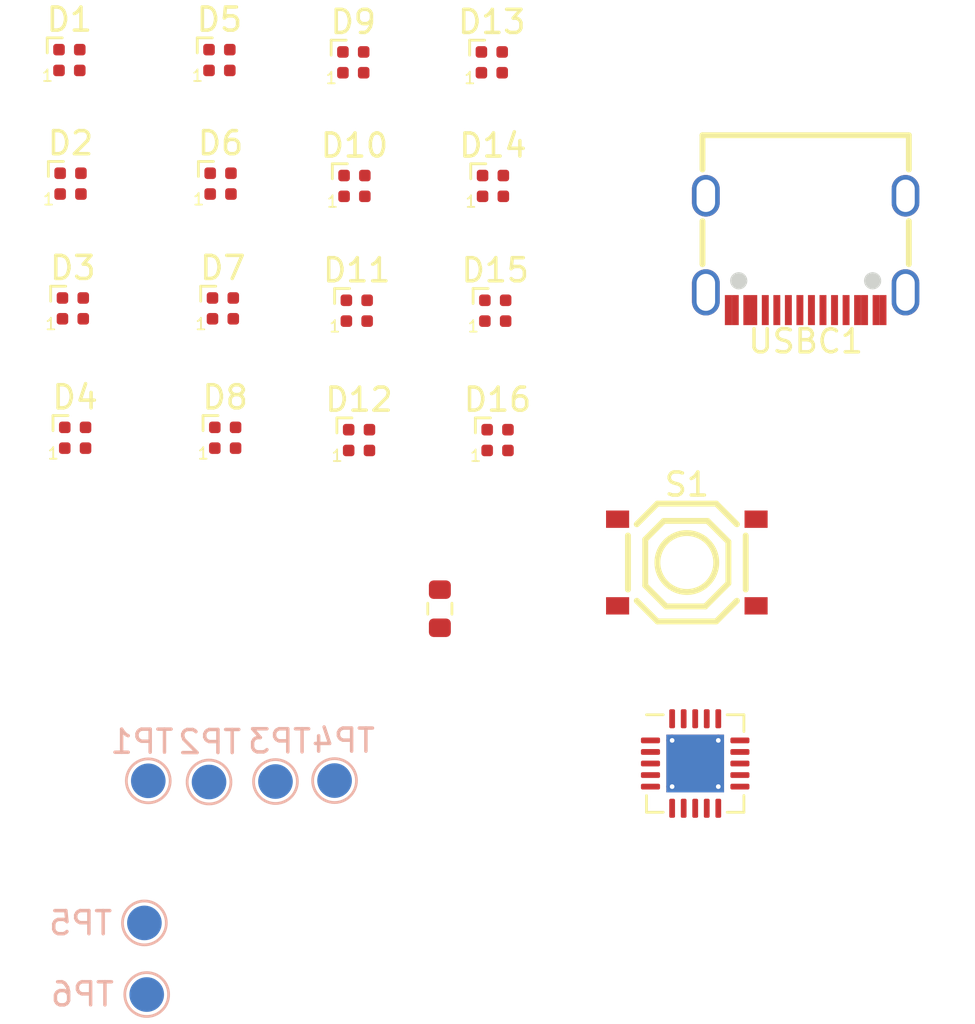
<source format=kicad_pcb>
(kicad_pcb (version 20240108) (generator "pcbnew") (generator_version "8.0")
  (layers (0 "F.Cu" signal) (31 "B.Cu" signal) (34 "B.Paste" user) (35 "F.Paste" user) (36 "B.SilkS" user "B.Silkscreen") (37 "F.SilkS" user "F.Silkscreen") (38 "B.Mask" user) (39 "F.Mask" user) (44 "Edge.Cuts" user))
  (net 0 "")
  (net 1 "Net-(D1-DOUT)")
  (net 2 "GND")
  (net 3 "Net-(D2-DOUT)")
  (net 4 "Net-(D3-DOUT)")
  (net 5 "Net-(D4-DOUT)")
  (net 6 "Net-(D5-DOUT)")
  (net 7 "Net-(D6-DOUT)")
  (net 8 "Net-(D7-DOUT)")
  (net 9 "Net-(D8-DOUT)")
  (net 10 "Net-(D10-DIN)")
  (net 11 "Net-(D10-DOUT)")
  (net 12 "Net-(D11-DOUT)")
  (net 13 "Net-(D12-DOUT)")
  (net 14 "Net-(D13-DOUT)")
  (net 15 "Net-(D14-DOUT)")
  (net 16 "Net-(D15-DOUT)")
  (net 24 "Net-(U1-PA4)")
  (net 27 "Net-(U1-~{RESET}{slash}PB3)")
  (net 31 "Net-(U1-PA6)")
  (net 32 "Net-(D1-DIN)")
  (net 33 "Net-(U1-AREF{slash}PA0)")
  (net 34 "Net-(U1-PA5)")
  (net 36 "VCC_REG")
  (net 40 "Net-(U1-PA1)")
  (footprint "LED_SMD:LED_SK6812_EC15_1.5x1.5mm" (layer "F.Cu") (at 52.2 87.5)
    (property "Reference" "D14" (at 0 -1.75 0) (layer "F.SilkS"))
    (property "Value" "SK6805")
    (fp_line (start -0.96 -0.96) (end -0.96 -0.31) (stroke (width 0.12)) (layer "F.SilkS"))
    (fp_line (start -0.31 -0.96) (end -0.96 -0.96) (stroke (width 0.12)) (layer "F.SilkS"))
    (fp_text user "1" (at -0.95 0.68 180) (layer "F.SilkS") (effects (font (size 0.5 0.5) (thickness 0.075))))
    (pad "1" smd roundrect (at -0.45 0.45 90) (size 0.5 0.5) (layers "F.Cu" "F.Paste" "F.Mask") (net 14 "Net-(D13-DOUT)"))
    (pad "2" smd roundrect (at 0.45 0.45 90) (size 0.5 0.5) (layers "F.Cu" "F.Paste" "F.Mask") (net 36 "VCC_REG"))
    (pad "3" smd roundrect (at 0.45 -0.45 90) (size 0.5 0.5) (layers "F.Cu" "F.Paste" "F.Mask") (net 15 "Net-(D14-DOUT)"))
    (pad "4" smd roundrect (at -0.45 -0.45 90) (size 0.5 0.5) (layers "F.Cu" "F.Paste" "F.Mask") (net 2 "GND"))
  )
  (footprint "LED_SMD:LED_SK6812_EC15_1.5x1.5mm" (layer "F.Cu") (at 46.4 98.5)
    (property "Reference" "D12" (at 0 -1.75 0) (layer "F.SilkS"))
    (property "Value" "SK6805")
    (fp_line (start -0.96 -0.96) (end -0.96 -0.31) (stroke (width 0.12)) (layer "F.SilkS"))
    (fp_line (start -0.31 -0.96) (end -0.96 -0.96) (stroke (width 0.12)) (layer "F.SilkS"))
    (fp_text user "1" (at -0.95 0.68 180) (layer "F.SilkS") (effects (font (size 0.5 0.5) (thickness 0.075))))
    (pad "1" smd roundrect (at -0.45 0.45 90) (size 0.5 0.5) (layers "F.Cu" "F.Paste" "F.Mask") (net 12 "Net-(D11-DOUT)"))
    (pad "2" smd roundrect (at 0.45 0.45 90) (size 0.5 0.5) (layers "F.Cu" "F.Paste" "F.Mask") (net 36 "VCC_REG"))
    (pad "3" smd roundrect (at 0.45 -0.45 90) (size 0.5 0.5) (layers "F.Cu" "F.Paste" "F.Mask") (net 13 "Net-(D12-DOUT)"))
    (pad "4" smd roundrect (at -0.45 -0.45 90) (size 0.5 0.5) (layers "F.Cu" "F.Paste" "F.Mask") (net 2 "GND"))
  )
  (footprint "Resistor_SMD:R_0603_1608Metric" (layer "F.Cu") (at 49.9 105.8 90)
    (property "Reference" "R1" (hide yes))
    (property "Value" "470" (hide yes))
    (fp_line (start -0.237258 -0.5225) (end 0.237258 -0.5225) (stroke (width 0.12)) (layer "F.SilkS"))
    (fp_line (start -0.237258 0.5225) (end 0.237258 0.5225) (stroke (width 0.12)) (layer "F.SilkS"))
    (pad "1" smd roundrect (at -0.825 0 90) (size 0.8 0.95) (layers "F.Cu" "F.Paste" "F.Mask") (net 33 "Net-(U1-AREF{slash}PA0)"))
    (pad "2" smd roundrect (at 0.825 0 90) (size 0.8 0.95) (layers "F.Cu" "F.Paste" "F.Mask") (net 32 "Net-(D1-DIN)"))
  )
  (footprint "LED_SMD:LED_SK6812_EC15_1.5x1.5mm" (layer "F.Cu") (at 46.15 82.15)
    (property "Reference" "D9" (at 0 -1.75 0) (layer "F.SilkS"))
    (property "Value" "SK6805")
    (fp_line (start -0.96 -0.96) (end -0.96 -0.31) (stroke (width 0.12)) (layer "F.SilkS"))
    (fp_line (start -0.31 -0.96) (end -0.96 -0.96) (stroke (width 0.12)) (layer "F.SilkS"))
    (fp_text user "1" (at -0.95 0.68 180) (layer "F.SilkS") (effects (font (size 0.5 0.5) (thickness 0.075))))
    (pad "1" smd roundrect (at -0.45 0.45 90) (size 0.5 0.5) (layers "F.Cu" "F.Paste" "F.Mask") (net 9 "Net-(D8-DOUT)"))
    (pad "2" smd roundrect (at 0.45 0.45 90) (size 0.5 0.5) (layers "F.Cu" "F.Paste" "F.Mask") (net 36 "VCC_REG"))
    (pad "3" smd roundrect (at 0.45 -0.45 90) (size 0.5 0.5) (layers "F.Cu" "F.Paste" "F.Mask") (net 10 "Net-(D10-DIN)"))
    (pad "4" smd roundrect (at -0.45 -0.45 90) (size 0.5 0.5) (layers "F.Cu" "F.Paste" "F.Mask") (net 2 "GND"))
  )
  (footprint "LED_SMD:LED_SK6812_EC15_1.5x1.5mm" (layer "F.Cu") (at 33.9 87.4)
    (property "Reference" "D2" (at 0 -1.75 0) (layer "F.SilkS"))
    (property "Value" "SK6805")
    (fp_line (start -0.96 -0.96) (end -0.96 -0.31) (stroke (width 0.12)) (layer "F.SilkS"))
    (fp_line (start -0.31 -0.96) (end -0.96 -0.96) (stroke (width 0.12)) (layer "F.SilkS"))
    (fp_text user "1" (at -0.95 0.68 180) (layer "F.SilkS") (effects (font (size 0.5 0.5) (thickness 0.075))))
    (pad "1" smd roundrect (at -0.45 0.45 90) (size 0.5 0.5) (layers "F.Cu" "F.Paste" "F.Mask") (net 1 "Net-(D1-DOUT)"))
    (pad "2" smd roundrect (at 0.45 0.45 90) (size 0.5 0.5) (layers "F.Cu" "F.Paste" "F.Mask") (net 36 "VCC_REG"))
    (pad "3" smd roundrect (at 0.45 -0.45 90) (size 0.5 0.5) (layers "F.Cu" "F.Paste" "F.Mask") (net 3 "Net-(D2-DOUT)"))
    (pad "4" smd roundrect (at -0.45 -0.45 90) (size 0.5 0.5) (layers "F.Cu" "F.Paste" "F.Mask") (net 2 "GND"))
  )
  (footprint "LED_SMD:LED_SK6812_EC15_1.5x1.5mm" (layer "F.Cu") (at 52.3 92.9)
    (property "Reference" "D15" (at 0 -1.75 360) (layer "F.SilkS"))
    (property "Value" "SK6805")
    (fp_line (start -0.96 -0.96) (end -0.96 -0.31) (stroke (width 0.12)) (layer "F.SilkS"))
    (fp_line (start -0.31 -0.96) (end -0.96 -0.96) (stroke (width 0.12)) (layer "F.SilkS"))
    (fp_text user "1" (at -0.95 0.68 360) (layer "F.SilkS") (effects (font (size 0.5 0.5) (thickness 0.075))))
    (pad "1" smd roundrect (at -0.45 0.45 90) (size 0.5 0.5) (layers "F.Cu" "F.Paste" "F.Mask") (net 15 "Net-(D14-DOUT)"))
    (pad "2" smd roundrect (at 0.45 0.45 90) (size 0.5 0.5) (layers "F.Cu" "F.Paste" "F.Mask") (net 36 "VCC_REG"))
    (pad "3" smd roundrect (at 0.45 -0.45 90) (size 0.5 0.5) (layers "F.Cu" "F.Paste" "F.Mask") (net 16 "Net-(D15-DOUT)"))
    (pad "4" smd roundrect (at -0.45 -0.45 90) (size 0.5 0.5) (layers "F.Cu" "F.Paste" "F.Mask") (net 2 "GND"))
  )
  (footprint "LED_SMD:LED_SK6812_EC15_1.5x1.5mm" (layer "F.Cu") (at 40.6 98.4)
    (property "Reference" "D8" (at 0 -1.75 0) (layer "F.SilkS"))
    (property "Value" "SK6805")
    (fp_line (start -0.96 -0.96) (end -0.96 -0.31) (stroke (width 0.12)) (layer "F.SilkS"))
    (fp_line (start -0.31 -0.96) (end -0.96 -0.96) (stroke (width 0.12)) (layer "F.SilkS"))
    (fp_text user "1" (at -0.95 0.68 180) (layer "F.SilkS") (effects (font (size 0.5 0.5) (thickness 0.075))))
    (pad "1" smd roundrect (at -0.45 0.45 90) (size 0.5 0.5) (layers "F.Cu" "F.Paste" "F.Mask") (net 8 "Net-(D7-DOUT)"))
    (pad "2" smd roundrect (at 0.45 0.45 90) (size 0.5 0.5) (layers "F.Cu" "F.Paste" "F.Mask") (net 36 "VCC_REG"))
    (pad "3" smd roundrect (at 0.45 -0.45 90) (size 0.5 0.5) (layers "F.Cu" "F.Paste" "F.Mask") (net 9 "Net-(D8-DOUT)"))
    (pad "4" smd roundrect (at -0.45 -0.45 90) (size 0.5 0.5) (layers "F.Cu" "F.Paste" "F.Mask") (net 2 "GND"))
  )
  (footprint "Package_DFN_QFN:QFN-20-1EP_4x4mm_P0.5mm_EP2.5x2.5mm_ThermalVias" (layer "F.Cu") (at 60.9625 112.5)
    (property "Reference" "U1" (hide yes))
    (property "Value" "ATtiny44A-M" (hide yes))
    (fp_line (start -2.11 2.11) (end -2.11 1.385) (stroke (width 0.12)) (layer "F.SilkS"))
    (fp_line (start -1.385 -2.11) (end -2.11 -2.11) (stroke (width 0.12)) (layer "F.SilkS"))
    (fp_line (start -1.385 2.11) (end -2.11 2.11) (stroke (width 0.12)) (layer "F.SilkS"))
    (fp_line (start 1.385 -2.11) (end 2.11 -2.11) (stroke (width 0.12)) (layer "F.SilkS"))
    (fp_line (start 1.385 2.11) (end 2.11 2.11) (stroke (width 0.12)) (layer "F.SilkS"))
    (fp_line (start 2.11 -2.11) (end 2.11 -1.385) (stroke (width 0.12)) (layer "F.SilkS"))
    (fp_line (start 2.11 2.11) (end 2.11 1.385) (stroke (width 0.12)) (layer "F.SilkS"))
    (pad "1" smd roundrect (at -1.9375 -1) (size 0.825 0.25) (layers "F.Cu" "F.Paste" "F.Mask") (net 24 "Net-(U1-PA4)"))
    (pad "2" smd roundrect (at -1.9375 -0.5) (size 0.825 0.25) (layers "F.Cu" "F.Paste" "F.Mask"))
    (pad "3" smd roundrect (at -1.9375 0) (size 0.825 0.25) (layers "F.Cu" "F.Paste" "F.Mask"))
    (pad "4" smd roundrect (at -1.9375 0.5) (size 0.825 0.25) (layers "F.Cu" "F.Paste" "F.Mask") (net 40 "Net-(U1-PA1)"))
    (pad "5" smd roundrect (at -1.9375 1) (size 0.825 0.25) (layers "F.Cu" "F.Paste" "F.Mask") (net 33 "Net-(U1-AREF{slash}PA0)"))
    (pad "6" smd roundrect (at -1 1.9375) (size 0.25 0.825) (layers "F.Cu" "F.Paste" "F.Mask"))
    (pad "7" smd roundrect (at -0.5 1.9375) (size 0.25 0.825) (layers "F.Cu" "F.Paste" "F.Mask"))
    (pad "8" smd roundrect (at 0 1.9375) (size 0.25 0.825) (layers "F.Cu" "F.Paste" "F.Mask") (net 2 "GND"))
    (pad "9" smd roundrect (at 0.5 1.9375) (size 0.25 0.825) (layers "F.Cu" "F.Paste" "F.Mask") (net 36 "VCC_REG"))
    (pad "10" smd roundrect (at 1 1.9375) (size 0.25 0.825) (layers "F.Cu" "F.Paste" "F.Mask"))
    (pad "11" smd roundrect (at 1.9375 1) (size 0.825 0.25) (layers "F.Cu" "F.Paste" "F.Mask"))
    (pad "12" smd roundrect (at 1.9375 0.5) (size 0.825 0.25) (layers "F.Cu" "F.Paste" "F.Mask"))
    (pad "13" smd roundrect (at 1.9375 0) (size 0.825 0.25) (layers "F.Cu" "F.Paste" "F.Mask") (net 27 "Net-(U1-~{RESET}{slash}PB3)"))
    (pad "14" smd roundrect (at 1.9375 -0.5) (size 0.825 0.25) (layers "F.Cu" "F.Paste" "F.Mask"))
    (pad "15" smd roundrect (at 1.9375 -1) (size 0.825 0.25) (layers "F.Cu" "F.Paste" "F.Mask"))
    (pad "16" smd roundrect (at 1 -1.9375) (size 0.25 0.825) (layers "F.Cu" "F.Paste" "F.Mask") (net 31 "Net-(U1-PA6)"))
    (pad "17" smd roundrect (at 0.5 -1.9375) (size 0.25 0.825) (layers "F.Cu" "F.Paste" "F.Mask"))
    (pad "18" smd roundrect (at 0 -1.9375) (size 0.25 0.825) (layers "F.Cu" "F.Paste" "F.Mask"))
    (pad "19" smd roundrect (at -0.5 -1.9375) (size 0.25 0.825) (layers "F.Cu" "F.Paste" "F.Mask"))
    (pad "20" smd roundrect (at -1 -1.9375) (size 0.25 0.825) (layers "F.Cu" "F.Paste" "F.Mask") (net 34 "Net-(U1-PA5)"))
    (pad "21" thru_hole circle (at -1 -1) (size 0.5 0.5) (drill 0.2) (layers "*.Cu") (net 2 "GND"))
    (pad "21" thru_hole circle (at -1 1) (size 0.5 0.5) (drill 0.2) (layers "*.Cu") (net 2 "GND"))
    (pad "21" smd rect (at 0 0) (size 2.5 2.5) (layers "F.Cu" "F.Mask") (net 2 "GND"))
    (pad "21" smd rect (at 0 0) (size 2.5 2.5) (layers "B.Cu") (net 2 "GND"))
    (pad "21" thru_hole circle (at 1 -1) (size 0.5 0.5) (drill 0.2) (layers "*.Cu") (net 2 "GND"))
    (pad "21" thru_hole circle (at 1 1) (size 0.5 0.5) (drill 0.2) (layers "*.Cu") (net 2 "GND"))
  )
  (footprint "LED_SMD:LED_SK6812_EC15_1.5x1.5mm" (layer "F.Cu") (at 34 92.8)
    (property "Reference" "D3" (at 0 -1.75 360) (layer "F.SilkS"))
    (property "Value" "SK6805")
    (fp_line (start -0.96 -0.96) (end -0.96 -0.31) (stroke (width 0.12)) (layer "F.SilkS"))
    (fp_line (start -0.31 -0.96) (end -0.96 -0.96) (stroke (width 0.12)) (layer "F.SilkS"))
    (fp_text user "1" (at -0.95 0.68 360) (layer "F.SilkS") (effects (font (size 0.5 0.5) (thickness 0.075))))
    (pad "1" smd roundrect (at -0.45 0.45 90) (size 0.5 0.5) (layers "F.Cu" "F.Paste" "F.Mask") (net 3 "Net-(D2-DOUT)"))
    (pad "2" smd roundrect (at 0.45 0.45 90) (size 0.5 0.5) (layers "F.Cu" "F.Paste" "F.Mask") (net 36 "VCC_REG"))
    (pad "3" smd roundrect (at 0.45 -0.45 90) (size 0.5 0.5) (layers "F.Cu" "F.Paste" "F.Mask") (net 4 "Net-(D3-DOUT)"))
    (pad "4" smd roundrect (at -0.45 -0.45 90) (size 0.5 0.5) (layers "F.Cu" "F.Paste" "F.Mask") (net 2 "GND"))
  )
  (footprint "LED_SMD:LED_SK6812_EC15_1.5x1.5mm" (layer "F.Cu") (at 40.35 82.05)
    (property "Reference" "D5" (at 0 -1.75 0) (layer "F.SilkS"))
    (property "Value" "SK6805")
    (fp_line (start -0.96 -0.96) (end -0.96 -0.31) (stroke (width 0.12)) (layer "F.SilkS"))
    (fp_line (start -0.31 -0.96) (end -0.96 -0.96) (stroke (width 0.12)) (layer "F.SilkS"))
    (fp_text user "1" (at -0.95 0.68 180) (layer "F.SilkS") (effects (font (size 0.5 0.5) (thickness 0.075))))
    (pad "1" smd roundrect (at -0.45 0.45 90) (size 0.5 0.5) (layers "F.Cu" "F.Paste" "F.Mask") (net 5 "Net-(D4-DOUT)"))
    (pad "2" smd roundrect (at 0.45 0.45 90) (size 0.5 0.5) (layers "F.Cu" "F.Paste" "F.Mask") (net 36 "VCC_REG"))
    (pad "3" smd roundrect (at 0.45 -0.45 90) (size 0.5 0.5) (layers "F.Cu" "F.Paste" "F.Mask") (net 6 "Net-(D5-DOUT)"))
    (pad "4" smd roundrect (at -0.45 -0.45 90) (size 0.5 0.5) (layers "F.Cu" "F.Paste" "F.Mask") (net 2 "GND"))
  )
  (footprint "LED_SMD:LED_SK6812_EC15_1.5x1.5mm" (layer "F.Cu") (at 46.2 87.5)
    (property "Reference" "D10" (at 0 -1.75 0) (layer "F.SilkS"))
    (property "Value" "SK6805")
    (fp_line (start -0.96 -0.96) (end -0.96 -0.31) (stroke (width 0.12)) (layer "F.SilkS"))
    (fp_line (start -0.31 -0.96) (end -0.96 -0.96) (stroke (width 0.12)) (layer "F.SilkS"))
    (fp_text user "1" (at -0.95 0.68 180) (layer "F.SilkS") (effects (font (size 0.5 0.5) (thickness 0.075))))
    (pad "1" smd roundrect (at -0.45 0.45 90) (size 0.5 0.5) (layers "F.Cu" "F.Paste" "F.Mask") (net 10 "Net-(D10-DIN)"))
    (pad "2" smd roundrect (at 0.45 0.45 90) (size 0.5 0.5) (layers "F.Cu" "F.Paste" "F.Mask") (net 36 "VCC_REG"))
    (pad "3" smd roundrect (at 0.45 -0.45 90) (size 0.5 0.5) (layers "F.Cu" "F.Paste" "F.Mask") (net 11 "Net-(D10-DOUT)"))
    (pad "4" smd roundrect (at -0.45 -0.45 90) (size 0.5 0.5) (layers "F.Cu" "F.Paste" "F.Mask") (net 2 "GND"))
  )
  (footprint "LED_SMD:LED_SK6812_EC15_1.5x1.5mm" (layer "F.Cu") (at 33.85 82.05)
    (property "Reference" "D1" (at 0 -1.75 0) (layer "F.SilkS"))
    (property "Value" "SK6805")
    (fp_line (start -0.96 -0.96) (end -0.96 -0.31) (stroke (width 0.12)) (layer "F.SilkS"))
    (fp_line (start -0.31 -0.96) (end -0.96 -0.96) (stroke (width 0.12)) (layer "F.SilkS"))
    (fp_text user "1" (at -0.95 0.68 180) (layer "F.SilkS") (effects (font (size 0.5 0.5) (thickness 0.075))))
    (pad "1" smd roundrect (at -0.45 0.45 90) (size 0.5 0.5) (layers "F.Cu" "F.Paste" "F.Mask") (net 32 "Net-(D1-DIN)"))
    (pad "2" smd roundrect (at 0.45 0.45 90) (size 0.5 0.5) (layers "F.Cu" "F.Paste" "F.Mask") (net 36 "VCC_REG"))
    (pad "3" smd roundrect (at 0.45 -0.45 90) (size 0.5 0.5) (layers "F.Cu" "F.Paste" "F.Mask") (net 1 "Net-(D1-DOUT)"))
    (pad "4" smd roundrect (at -0.45 -0.45 90) (size 0.5 0.5) (layers "F.Cu" "F.Paste" "F.Mask") (net 2 "GND"))
  )
  (footprint "usb_c:USB-C_SMD-TYPE-C-31-M-12" (layer "F.Cu") (at 65.7485 90.4 180)
    (property "Reference" "USBC1" (at 0 -3.824 360) (layer "F.SilkS"))
    (property "Value" "TYPE-C-31-M-12")
    (fp_line (start 4.471 5.094) (end 4.471 3.6125) (stroke (width 0.254)) (layer "F.SilkS"))
    (fp_line (start 4.471 5.094) (end -4.469 5.094) (stroke (width 0.254)) (layer "F.SilkS"))
    (fp_line (start 4.471 1.376) (end 4.471 -0.4875) (stroke (width 0.254)) (layer "F.SilkS"))
    (fp_line (start -4.469 5.094) (end -4.469 3.6125) (stroke (width 0.254)) (layer "F.SilkS"))
    (fp_line (start -4.469 1.3755) (end -4.469 -0.487) (stroke (width 0.254)) (layer "F.SilkS"))
    (fp_poly (pts (xy 3.275 -1.2055) (xy 3.256646 -1.321381) (xy 3.203381 -1.425919) (xy 3.120419 -1.508881) (xy 3.015881 -1.562146) (xy 2.9 -1.5805) (xy 2.784119 -1.562146) (xy 2.679581 -1.508881) (xy 2.596619 -1.425919) (xy 2.543354 -1.321381) (xy 2.525 -1.2055) (xy 2.543354 -1.089619) (xy 2.596619 -0.985081) (xy 2.679581 -0.902119) (xy 2.784119 -0.848854) (xy 2.9 -0.8305) (xy 3.015881 -0.848854) (xy 3.120419 -0.902119) (xy 3.203381 -0.985081) (xy 3.256646 -1.089619)) (fill solid) (layer "Edge.Cuts"))
    (fp_poly (pts (xy -2.525 -1.2055) (xy -2.543354 -1.321381) (xy -2.596619 -1.425919) (xy -2.679581 -1.508881) (xy -2.784119 -1.562146) (xy -2.9 -1.5805) (xy -3.015881 -1.562146) (xy -3.120419 -1.508881) (xy -3.203381 -1.425919) (xy -3.256646 -1.321381) (xy -3.275 -1.2055) (xy -3.256646 -1.089619) (xy -3.203381 -0.985081) (xy -3.120419 -0.902119) (xy -3.015881 -0.848854) (xy -2.9 -0.8305) (xy -2.784119 -0.848854) (xy -2.679581 -0.902119) (xy -2.596619 -0.985081) (xy -2.543354 -1.089619)) (fill solid) (layer "Edge.Cuts"))
    (pad "0" thru_hole oval (at -4.325 -1.706 180) (size 1.2 2) (drill oval 0.8 1.6) (layers "*.Cu" "*.Mask") (net 2 "GND"))
    (pad "1" thru_hole oval (at 4.325 -1.706 180) (size 1.2 2) (drill oval 0.8 1.6) (layers "*.Cu" "*.Mask") (net 2 "GND"))
    (pad "2" thru_hole oval (at 4.325 2.474 180) (size 1.2 1.8) (drill oval 0.8 1.4) (layers "*.Cu" "*.Mask") (net 2 "GND"))
    (pad "3" thru_hole oval (at -4.325 2.474 180) (size 1.2 1.8) (drill oval 0.8 1.4) (layers "*.Cu" "*.Mask") (net 2 "GND"))
    (pad "A1" smd rect (at -3.35 -2.474 180) (size 0.3 1.3) (layers "F.Cu" "F.Paste" "F.Mask") (net 2 "GND"))
    (pad "A4" smd rect (at -2.55 -2.474 180) (size 0.3 1.3) (layers "F.Cu" "F.Paste" "F.Mask") (net 36 "VCC_REG"))
    (pad "A5" smd rect (at -1.25 -2.474 180) (size 0.3 1.3) (layers "F.Cu" "F.Paste" "F.Mask"))
    (pad "A6" smd rect (at -0.25 -2.474 180) (size 0.3 1.3) (layers "F.Cu" "F.Paste" "F.Mask"))
    (pad "A7" smd rect (at 0.25 -2.474 180) (size 0.3 1.3) (layers "F.Cu" "F.Paste" "F.Mask"))
    (pad "A8" smd rect (at 1.2495 -2.474 180) (size 0.3 1.3) (layers "F.Cu" "F.Paste" "F.Mask"))
    (pad "A9" smd rect (at 2.55 -2.474 180) (size 0.3 1.3) (layers "F.Cu" "F.Paste" "F.Mask") (net 36 "VCC_REG"))
    (pad "A12" smd rect (at 3.35 -2.474 180) (size 0.3 1.3) (layers "F.Cu" "F.Paste" "F.Mask") (net 2 "GND"))
    (pad "B1" smd rect (at 3.05 -2.474 180) (size 0.3 1.3) (layers "F.Cu" "F.Paste" "F.Mask") (net 2 "GND"))
    (pad "B4" smd rect (at 2.25 -2.474 180) (size 0.3 1.3) (layers "F.Cu" "F.Paste" "F.Mask") (net 36 "VCC_REG"))
    (pad "B5" smd rect (at 1.75 -2.474 180) (size 0.3 1.3) (layers "F.Cu" "F.Paste" "F.Mask"))
    (pad "B6" smd rect (at 0.75 -2.474 180) (size 0.3 1.3) (layers "F.Cu" "F.Paste" "F.Mask"))
    (pad "B7" smd rect (at -0.75 -2.474 180) (size 0.3 1.3) (layers "F.Cu" "F.Paste" "F.Mask"))
    (pad "B8" smd rect (at -1.75 -2.474 180) (size 0.3 1.3) (layers "F.Cu" "F.Paste" "F.Mask"))
    (pad "B9" smd rect (at -2.25 -2.474 180) (size 0.3 1.3) (layers "F.Cu" "F.Paste" "F.Mask") (net 36 "VCC_REG"))
    (pad "B12" smd rect (at -3.05 -2.474 180) (size 0.3 1.3) (layers "F.Cu" "F.Paste" "F.Mask") (net 2 "GND"))
  )
  (footprint "pushbutton:SW-SMD_4P-L5.1-W5.1-P3.70-LS6.5-TL_H1.5" (layer "F.Cu") (at 60.6 103.8)
    (property "Reference" "S1" (at 0 -3.377 0) (layer "F.SilkS"))
    (property "Value" "TS-1187A-B-A-B")
    (fp_line (start -2.55 -1.1685) (end -2.55 1.1685) (stroke (width 0.254)) (layer "F.SilkS"))
    (fp_line (start -2.17 1.655) (end -1.275 2.55) (stroke (width 0.254)) (layer "F.SilkS"))
    (fp_line (start -1.801 -1.001) (end -1.001 -1.801) (stroke (width 0.254)) (layer "F.SilkS"))
    (fp_line (start -1.801 0.998) (end -1.801 -1.001) (stroke (width 0.254)) (layer "F.SilkS"))
    (fp_line (start -1.275 -2.55) (end -2.17 -1.655) (stroke (width 0.254)) (layer "F.SilkS"))
    (fp_line (start -1.275 -2.55) (end 1.275 -2.55) (stroke (width 0.254)) (layer "F.SilkS"))
    (fp_line (start -1.275 2.55) (end 1.275 2.55) (stroke (width 0.254)) (layer "F.SilkS"))
    (fp_line (start -1.001 -1.801) (end 0.899 -1.801) (stroke (width 0.254)) (layer "F.SilkS"))
    (fp_line (start -0.899 1.9) (end -1.801 0.998) (stroke (width 0.254)) (layer "F.SilkS"))
    (fp_line (start 0.8 1.9) (end -0.899 1.9) (stroke (width 0.254)) (layer "F.SilkS"))
    (fp_line (start 0.899 -1.801) (end 1.801 -0.899) (stroke (width 0.254)) (layer "F.SilkS"))
    (fp_line (start 1.275 -2.55) (end 2.17 -1.655) (stroke (width 0.254)) (layer "F.SilkS"))
    (fp_line (start 1.801 -0.899) (end 1.801 0.899) (stroke (width 0.254)) (layer "F.SilkS"))
    (fp_line (start 1.801 0.899) (end 0.8 1.9) (stroke (width 0.254)) (layer "F.SilkS"))
    (fp_line (start 2.17 1.655) (end 1.275 2.55) (stroke (width 0.254)) (layer "F.SilkS"))
    (fp_line (start 2.55 -1.1685) (end 2.55 1.1685) (stroke (width 0.254)) (layer "F.SilkS"))
    (fp_circle (center 0 0) (end 1.275 0) (stroke (width 0.254)) (fill none) (layer "F.SilkS"))
    (pad "1" smd rect (at -3 -1.875) (size 1 0.75) (layers "F.Cu" "F.Paste" "F.Mask") (net 2 "GND"))
    (pad "2" smd rect (at 3 -1.875) (size 1 0.75) (layers "F.Cu" "F.Paste" "F.Mask") (net 2 "GND"))
    (pad "3" smd rect (at -3 1.875) (size 1 0.75) (layers "F.Cu" "F.Paste" "F.Mask") (net 40 "Net-(U1-PA1)"))
    (pad "4" smd rect (at 3 1.875) (size 1 0.75) (layers "F.Cu" "F.Paste" "F.Mask") (net 40 "Net-(U1-PA1)"))
  )
  (footprint "LED_SMD:LED_SK6812_EC15_1.5x1.5mm" (layer "F.Cu") (at 40.5 92.8)
    (property "Reference" "D7" (at 0 -1.75 0) (layer "F.SilkS"))
    (property "Value" "SK6805")
    (fp_line (start -0.96 -0.96) (end -0.96 -0.31) (stroke (width 0.12)) (layer "F.SilkS"))
    (fp_line (start -0.31 -0.96) (end -0.96 -0.96) (stroke (width 0.12)) (layer "F.SilkS"))
    (fp_text user "1" (at -0.95 0.68 180) (layer "F.SilkS") (effects (font (size 0.5 0.5) (thickness 0.075))))
    (pad "1" smd roundrect (at -0.45 0.45 90) (size 0.5 0.5) (layers "F.Cu" "F.Paste" "F.Mask") (net 7 "Net-(D6-DOUT)"))
    (pad "2" smd roundrect (at 0.45 0.45 90) (size 0.5 0.5) (layers "F.Cu" "F.Paste" "F.Mask") (net 36 "VCC_REG"))
    (pad "3" smd roundrect (at 0.45 -0.45 90) (size 0.5 0.5) (layers "F.Cu" "F.Paste" "F.Mask") (net 8 "Net-(D7-DOUT)"))
    (pad "4" smd roundrect (at -0.45 -0.45 90) (size 0.5 0.5) (layers "F.Cu" "F.Paste" "F.Mask") (net 2 "GND"))
  )
  (footprint "LED_SMD:LED_SK6812_EC15_1.5x1.5mm" (layer "F.Cu") (at 52.15 82.15)
    (property "Reference" "D13" (at 0 -1.75 360) (layer "F.SilkS"))
    (property "Value" "SK6805")
    (fp_line (start -0.96 -0.96) (end -0.96 -0.31) (stroke (width 0.12)) (layer "F.SilkS"))
    (fp_line (start -0.31 -0.96) (end -0.96 -0.96) (stroke (width 0.12)) (layer "F.SilkS"))
    (fp_text user "1" (at -0.95 0.68 360) (layer "F.SilkS") (effects (font (size 0.5 0.5) (thickness 0.075))))
    (pad "1" smd roundrect (at -0.45 0.45 90) (size 0.5 0.5) (layers "F.Cu" "F.Paste" "F.Mask") (net 13 "Net-(D12-DOUT)"))
    (pad "2" smd roundrect (at 0.45 0.45 90) (size 0.5 0.5) (layers "F.Cu" "F.Paste" "F.Mask") (net 36 "VCC_REG"))
    (pad "3" smd roundrect (at 0.45 -0.45 90) (size 0.5 0.5) (layers "F.Cu" "F.Paste" "F.Mask") (net 14 "Net-(D13-DOUT)"))
    (pad "4" smd roundrect (at -0.45 -0.45 90) (size 0.5 0.5) (layers "F.Cu" "F.Paste" "F.Mask") (net 2 "GND"))
  )
  (footprint "LED_SMD:LED_SK6812_EC15_1.5x1.5mm" (layer "F.Cu") (at 34.1 98.4)
    (property "Reference" "D4" (at 0 -1.75 0) (layer "F.SilkS"))
    (property "Value" "SK6805")
    (fp_line (start -0.96 -0.96) (end -0.96 -0.31) (stroke (width 0.12)) (layer "F.SilkS"))
    (fp_line (start -0.31 -0.96) (end -0.96 -0.96) (stroke (width 0.12)) (layer "F.SilkS"))
    (fp_text user "1" (at -0.95 0.68 180) (layer "F.SilkS") (effects (font (size 0.5 0.5) (thickness 0.075))))
    (pad "1" smd roundrect (at -0.45 0.45 90) (size 0.5 0.5) (layers "F.Cu" "F.Paste" "F.Mask") (net 4 "Net-(D3-DOUT)"))
    (pad "2" smd roundrect (at 0.45 0.45 90) (size 0.5 0.5) (layers "F.Cu" "F.Paste" "F.Mask") (net 36 "VCC_REG"))
    (pad "3" smd roundrect (at 0.45 -0.45 90) (size 0.5 0.5) (layers "F.Cu" "F.Paste" "F.Mask") (net 5 "Net-(D4-DOUT)"))
    (pad "4" smd roundrect (at -0.45 -0.45 90) (size 0.5 0.5) (layers "F.Cu" "F.Paste" "F.Mask") (net 2 "GND"))
  )
  (footprint "LED_SMD:LED_SK6812_EC15_1.5x1.5mm" (layer "F.Cu") (at 40.4 87.4)
    (property "Reference" "D6" (at 0 -1.75 0) (layer "F.SilkS"))
    (property "Value" "SK6805")
    (fp_line (start -0.96 -0.96) (end -0.96 -0.31) (stroke (width 0.12)) (layer "F.SilkS"))
    (fp_line (start -0.31 -0.96) (end -0.96 -0.96) (stroke (width 0.12)) (layer "F.SilkS"))
    (fp_text user "1" (at -0.95 0.68 180) (layer "F.SilkS") (effects (font (size 0.5 0.5) (thickness 0.075))))
    (pad "1" smd roundrect (at -0.45 0.45 90) (size 0.5 0.5) (layers "F.Cu" "F.Paste" "F.Mask") (net 6 "Net-(D5-DOUT)"))
    (pad "2" smd roundrect (at 0.45 0.45 90) (size 0.5 0.5) (layers "F.Cu" "F.Paste" "F.Mask") (net 36 "VCC_REG"))
    (pad "3" smd roundrect (at 0.45 -0.45 90) (size 0.5 0.5) (layers "F.Cu" "F.Paste" "F.Mask") (net 7 "Net-(D6-DOUT)"))
    (pad "4" smd roundrect (at -0.45 -0.45 90) (size 0.5 0.5) (layers "F.Cu" "F.Paste" "F.Mask") (net 2 "GND"))
  )
  (footprint "LED_SMD:LED_SK6812_EC15_1.5x1.5mm" (layer "F.Cu") (at 52.4 98.5)
    (property "Reference" "D16" (at 0 -1.75 360) (layer "F.SilkS"))
    (property "Value" "SK6805")
    (fp_line (start -0.96 -0.96) (end -0.96 -0.31) (stroke (width 0.12)) (layer "F.SilkS"))
    (fp_line (start -0.31 -0.96) (end -0.96 -0.96) (stroke (width 0.12)) (layer "F.SilkS"))
    (fp_text user "1" (at -0.95 0.68 360) (layer "F.SilkS") (effects (font (size 0.5 0.5) (thickness 0.075))))
    (pad "1" smd roundrect (at -0.45 0.45 90) (size 0.5 0.5) (layers "F.Cu" "F.Paste" "F.Mask") (net 16 "Net-(D15-DOUT)"))
    (pad "2" smd roundrect (at 0.45 0.45 90) (size 0.5 0.5) (layers "F.Cu" "F.Paste" "F.Mask") (net 36 "VCC_REG"))
    (pad "3" smd roundrect (at 0.45 -0.45 90) (size 0.5 0.5) (layers "F.Cu" "F.Paste" "F.Mask"))
    (pad "4" smd roundrect (at -0.45 -0.45 90) (size 0.5 0.5) (layers "F.Cu" "F.Paste" "F.Mask") (net 2 "GND"))
  )
  (footprint "LED_SMD:LED_SK6812_EC15_1.5x1.5mm" (layer "F.Cu") (at 46.3 92.9)
    (property "Reference" "D11" (at 0 -1.75 0) (layer "F.SilkS"))
    (property "Value" "SK6805")
    (fp_line (start -0.96 -0.96) (end -0.96 -0.31) (stroke (width 0.12)) (layer "F.SilkS"))
    (fp_line (start -0.31 -0.96) (end -0.96 -0.96) (stroke (width 0.12)) (layer "F.SilkS"))
    (fp_text user "1" (at -0.95 0.68 180) (layer "F.SilkS") (effects (font (size 0.5 0.5) (thickness 0.075))))
    (pad "1" smd roundrect (at -0.45 0.45 90) (size 0.5 0.5) (layers "F.Cu" "F.Paste" "F.Mask") (net 11 "Net-(D10-DOUT)"))
    (pad "2" smd roundrect (at 0.45 0.45 90) (size 0.5 0.5) (layers "F.Cu" "F.Paste" "F.Mask") (net 36 "VCC_REG"))
    (pad "3" smd roundrect (at 0.45 -0.45 90) (size 0.5 0.5) (layers "F.Cu" "F.Paste" "F.Mask") (net 12 "Net-(D11-DOUT)"))
    (pad "4" smd roundrect (at -0.45 -0.45 90) (size 0.5 0.5) (layers "F.Cu" "F.Paste" "F.Mask") (net 2 "GND"))
  )
  (footprint "TestPoint:TestPoint_Pad_D1.5mm" (layer "B.Cu") (at 39.9 113.3 180)
    (property "Reference" "TP2" (at -0.027766 1.728335 0) (layer "B.SilkS") (effects (justify mirror)))
    (property "Value" "TestPoint2" (hide yes))
    (fp_circle (center 0 0) (end 0 -0.95) (stroke (width 0.12)) (fill none) (layer "B.SilkS"))
    (pad "1" smd circle (at 0 0 180) (size 1.5 1.5) (layers "B.Cu" "B.Mask") (net 34 "Net-(U1-PA5)"))
  )
  (footprint "TestPoint:TestPoint_Pad_D1.5mm" (layer "B.Cu") (at 42.778158 113.280121 180)
    (property "Reference" "TP3" (at -0.176132 1.739183 0) (layer "B.SilkS") (effects (justify mirror)))
    (property "Value" "TestPoint3" (hide yes))
    (fp_circle (center 0 0) (end 0 -0.95) (stroke (width 0.12)) (fill none) (layer "B.SilkS"))
    (pad "1" smd circle (at 0 0 180) (size 1.5 1.5) (layers "B.Cu" "B.Mask") (net 31 "Net-(U1-PA6)"))
  )
  (footprint "TestPoint:TestPoint_Pad_D1.5mm" (layer "B.Cu") (at 37.267937 113.249395 180)
    (property "Reference" "TP1" (at 0.274518 1.693093 0) (layer "B.SilkS") (effects (justify mirror)))
    (property "Value" "TestPoint1" (hide yes))
    (fp_circle (center 0 0) (end 0 -0.95) (stroke (width 0.12)) (fill none) (layer "B.SilkS"))
    (pad "1" smd circle (at 0 0 180) (size 1.5 1.5) (layers "B.Cu" "B.Mask") (net 24 "Net-(U1-PA4)"))
  )
  (footprint "TestPoint:TestPoint_Pad_D1.5mm" (layer "B.Cu") (at 37.2 122.5 180)
    (property "Reference" "TP6" (at 2.78709 0.008275 360) (layer "B.SilkS") (effects (justify mirror)))
    (property "Value" "TestPoint6" (hide yes))
    (fp_circle (center 0 0) (end 0 -0.95) (stroke (width 0.12)) (fill none) (layer "B.SilkS"))
    (pad "1" smd circle (at 0 0 180) (size 1.5 1.5) (layers "B.Cu" "B.Mask") (net 2 "GND"))
  )
  (footprint "TestPoint:TestPoint_Pad_D1.5mm" (layer "B.Cu") (at 37.1 119.4 180)
    (property "Reference" "TP5" (at 2.761485 -0.01164 360) (layer "B.SilkS") (effects (justify mirror)))
    (property "Value" "TestPoint5" (hide yes))
    (fp_circle (center 0 0) (end 0 -0.95) (stroke (width 0.12)) (fill none) (layer "B.SilkS"))
    (pad "1" smd circle (at 0 0 180) (size 1.5 1.5) (layers "B.Cu" "B.Mask") (net 36 "VCC_REG"))
  )
  (footprint "TestPoint:TestPoint_Pad_D1.5mm" (layer "B.Cu") (at 45.338669 113.239153 180)
    (property "Reference" "TP4" (at -0.380974 1.728941 0) (layer "B.SilkS") (effects (justify mirror)))
    (property "Value" "TestPoint4" (hide yes))
    (fp_circle (center 0 0) (end 0 -0.95) (stroke (width 0.12)) (fill none) (layer "B.SilkS"))
    (pad "1" smd circle (at 0 0 180) (size 1.5 1.5) (layers "B.Cu" "B.Mask") (net 27 "Net-(U1-~{RESET}{slash}PB3)"))
  )
)
</source>
